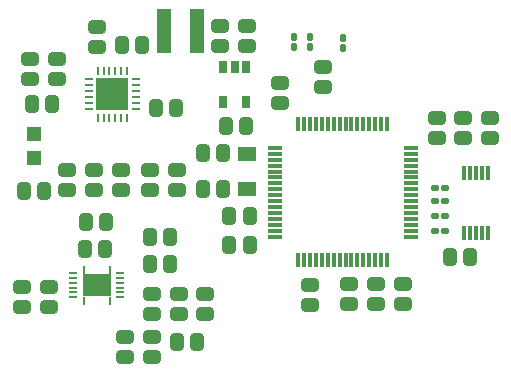
<source format=gtp>
G04*
G04 #@! TF.GenerationSoftware,Altium Limited,Altium Designer,21.9.2 (33)*
G04*
G04 Layer_Color=8421504*
%FSLAX25Y25*%
%MOIN*%
G70*
G04*
G04 #@! TF.SameCoordinates,C0BA0E73-4C5D-4CFB-B628-C4008C3DC592*
G04*
G04*
G04 #@! TF.FilePolarity,Positive*
G04*
G01*
G75*
%ADD16R,0.01181X0.05118*%
%ADD17R,0.01180X0.05118*%
%ADD18R,0.01181X0.05119*%
%ADD19R,0.05906X0.04921*%
%ADD20R,0.01181X0.04724*%
%ADD21R,0.04724X0.01181*%
%ADD22R,0.03150X0.00906*%
%ADD23R,0.00906X0.03150*%
%ADD24R,0.10630X0.10630*%
%ADD25R,0.00984X0.02657*%
%ADD26R,0.09646X0.07677*%
%ADD27R,0.03150X0.00787*%
%ADD28R,0.02560X0.04180*%
%ADD29R,0.05000X0.05000*%
%ADD30R,0.04724X0.14567*%
G04:AMPARAMS|DCode=31|XSize=43.7mil|YSize=57.87mil|CornerRadius=9.83mil|HoleSize=0mil|Usage=FLASHONLY|Rotation=90.000|XOffset=0mil|YOffset=0mil|HoleType=Round|Shape=RoundedRectangle|*
%AMROUNDEDRECTD31*
21,1,0.04370,0.03821,0,0,90.0*
21,1,0.02404,0.05787,0,0,90.0*
1,1,0.01967,0.01910,0.01202*
1,1,0.01967,0.01910,-0.01202*
1,1,0.01967,-0.01910,-0.01202*
1,1,0.01967,-0.01910,0.01202*
%
%ADD31ROUNDEDRECTD31*%
G04:AMPARAMS|DCode=32|XSize=43.7mil|YSize=57.87mil|CornerRadius=9.83mil|HoleSize=0mil|Usage=FLASHONLY|Rotation=180.000|XOffset=0mil|YOffset=0mil|HoleType=Round|Shape=RoundedRectangle|*
%AMROUNDEDRECTD32*
21,1,0.04370,0.03821,0,0,180.0*
21,1,0.02404,0.05787,0,0,180.0*
1,1,0.01967,-0.01202,0.01910*
1,1,0.01967,0.01202,0.01910*
1,1,0.01967,0.01202,-0.01910*
1,1,0.01967,-0.01202,-0.01910*
%
%ADD32ROUNDEDRECTD32*%
G04:AMPARAMS|DCode=33|XSize=24.8mil|YSize=22.84mil|CornerRadius=5.94mil|HoleSize=0mil|Usage=FLASHONLY|Rotation=180.000|XOffset=0mil|YOffset=0mil|HoleType=Round|Shape=RoundedRectangle|*
%AMROUNDEDRECTD33*
21,1,0.02480,0.01096,0,0,180.0*
21,1,0.01293,0.02284,0,0,180.0*
1,1,0.01187,-0.00647,0.00548*
1,1,0.01187,0.00647,0.00548*
1,1,0.01187,0.00647,-0.00548*
1,1,0.01187,-0.00647,-0.00548*
%
%ADD33ROUNDEDRECTD33*%
G04:AMPARAMS|DCode=34|XSize=24.8mil|YSize=22.84mil|CornerRadius=5.94mil|HoleSize=0mil|Usage=FLASHONLY|Rotation=270.000|XOffset=0mil|YOffset=0mil|HoleType=Round|Shape=RoundedRectangle|*
%AMROUNDEDRECTD34*
21,1,0.02480,0.01096,0,0,270.0*
21,1,0.01293,0.02284,0,0,270.0*
1,1,0.01187,-0.00548,-0.00647*
1,1,0.01187,-0.00548,0.00647*
1,1,0.01187,0.00548,0.00647*
1,1,0.01187,0.00548,-0.00647*
%
%ADD34ROUNDEDRECTD34*%
D16*
X171563Y67470D02*
D03*
X173531D02*
D03*
X177469Y67475D02*
D03*
X175500Y47526D02*
D03*
D17*
Y67472D02*
D03*
X179437Y47525D02*
D03*
X177469D02*
D03*
X173531Y47526D02*
D03*
X171563Y47525D02*
D03*
D18*
X179437Y67470D02*
D03*
D19*
X99000Y62193D02*
D03*
Y73807D02*
D03*
D20*
X145764Y83638D02*
D03*
X116236Y38362D02*
D03*
X118205D02*
D03*
X120173D02*
D03*
X122142D02*
D03*
X124110D02*
D03*
X126079D02*
D03*
X128047D02*
D03*
X130016D02*
D03*
X131984D02*
D03*
X133953D02*
D03*
X135921D02*
D03*
X137890D02*
D03*
X139858D02*
D03*
X141827D02*
D03*
X143795D02*
D03*
X145764D02*
D03*
X143795Y83638D02*
D03*
X141827D02*
D03*
X139858D02*
D03*
X137890D02*
D03*
X135921D02*
D03*
X133953D02*
D03*
X131984D02*
D03*
X130016D02*
D03*
X128047D02*
D03*
X126079D02*
D03*
X124110D02*
D03*
X122142D02*
D03*
X120173D02*
D03*
X118205D02*
D03*
X116236D02*
D03*
D21*
X108362Y75764D02*
D03*
Y73795D02*
D03*
Y71827D02*
D03*
Y69858D02*
D03*
Y67890D02*
D03*
Y65921D02*
D03*
Y63953D02*
D03*
Y61984D02*
D03*
Y60016D02*
D03*
Y58047D02*
D03*
Y54110D02*
D03*
Y52142D02*
D03*
Y50173D02*
D03*
Y48205D02*
D03*
Y46236D02*
D03*
X153638D02*
D03*
Y48205D02*
D03*
Y50173D02*
D03*
Y52142D02*
D03*
Y58047D02*
D03*
Y60016D02*
D03*
Y61984D02*
D03*
Y63953D02*
D03*
Y65921D02*
D03*
Y73795D02*
D03*
Y75764D02*
D03*
Y71827D02*
D03*
Y54110D02*
D03*
Y56079D02*
D03*
Y67890D02*
D03*
Y69858D02*
D03*
X108362Y56079D02*
D03*
D22*
X46396Y98610D02*
D03*
Y96641D02*
D03*
Y94673D02*
D03*
Y92704D02*
D03*
Y90736D02*
D03*
Y88767D02*
D03*
X62144D02*
D03*
Y90736D02*
D03*
Y92704D02*
D03*
Y94673D02*
D03*
Y96641D02*
D03*
Y98610D02*
D03*
D23*
X55255Y85815D02*
D03*
X53286D02*
D03*
X51318D02*
D03*
X49349D02*
D03*
X57223D02*
D03*
X59192D02*
D03*
Y101563D02*
D03*
X57223D02*
D03*
X49349D02*
D03*
X51318D02*
D03*
X53286D02*
D03*
X55255D02*
D03*
D24*
X54270Y93689D02*
D03*
D25*
X44669Y24803D02*
D03*
Y35134D02*
D03*
X53331Y24803D02*
D03*
Y35136D02*
D03*
D26*
X49000Y29969D02*
D03*
D27*
X56874Y29181D02*
D03*
Y30756D02*
D03*
Y32331D02*
D03*
Y33906D02*
D03*
Y27606D02*
D03*
Y26032D02*
D03*
X41126Y33906D02*
D03*
Y32331D02*
D03*
Y30756D02*
D03*
Y29181D02*
D03*
Y27606D02*
D03*
Y26032D02*
D03*
D28*
X98740Y91096D02*
D03*
X91260D02*
D03*
Y102905D02*
D03*
X95000D02*
D03*
X98740D02*
D03*
D29*
X28000Y80500D02*
D03*
X28020Y72270D02*
D03*
D30*
X82336Y114849D02*
D03*
X71312D02*
D03*
D31*
X162500Y85847D02*
D03*
Y79154D02*
D03*
X23997Y29378D02*
D03*
Y22685D02*
D03*
X33000Y29378D02*
D03*
Y22685D02*
D03*
X110003Y90693D02*
D03*
Y97386D02*
D03*
X85021Y20463D02*
D03*
Y27156D02*
D03*
X76518D02*
D03*
Y20463D02*
D03*
X67516Y27156D02*
D03*
Y20463D02*
D03*
X67503Y6185D02*
D03*
Y12878D02*
D03*
X58500D02*
D03*
Y6185D02*
D03*
X151005Y30347D02*
D03*
Y23653D02*
D03*
X142003Y30307D02*
D03*
Y23614D02*
D03*
X133000D02*
D03*
Y30307D02*
D03*
X120000Y30193D02*
D03*
Y23500D02*
D03*
X171003Y79154D02*
D03*
Y85847D02*
D03*
X180005Y79154D02*
D03*
Y85847D02*
D03*
X124500Y95958D02*
D03*
Y102651D02*
D03*
X99103Y109689D02*
D03*
Y116382D02*
D03*
X90100Y109842D02*
D03*
Y116535D02*
D03*
X49270Y109342D02*
D03*
Y116035D02*
D03*
X35770Y98689D02*
D03*
Y105382D02*
D03*
X26768Y98689D02*
D03*
Y105382D02*
D03*
X57275Y61842D02*
D03*
Y68535D02*
D03*
X66770Y61842D02*
D03*
Y68535D02*
D03*
X48273Y61842D02*
D03*
Y68535D02*
D03*
X39270Y61842D02*
D03*
Y68535D02*
D03*
X75773Y61842D02*
D03*
Y68535D02*
D03*
D32*
X45500Y51034D02*
D03*
X52193D02*
D03*
X45153Y42031D02*
D03*
X51846D02*
D03*
X31346Y61500D02*
D03*
X24654D02*
D03*
X68770Y89189D02*
D03*
X75463D02*
D03*
X92154Y83003D02*
D03*
X98847D02*
D03*
X84471Y74000D02*
D03*
X91164D02*
D03*
Y62000D02*
D03*
X84471D02*
D03*
X93294Y52997D02*
D03*
X99987D02*
D03*
Y43497D02*
D03*
X93294D02*
D03*
X66807Y46031D02*
D03*
X73500D02*
D03*
X66807Y36950D02*
D03*
X73500D02*
D03*
X82346Y11032D02*
D03*
X75653D02*
D03*
X173346Y39500D02*
D03*
X166654D02*
D03*
X57564Y110189D02*
D03*
X64257D02*
D03*
X27424Y90395D02*
D03*
X34117D02*
D03*
D33*
X161787Y48000D02*
D03*
X165213D02*
D03*
X161787Y53066D02*
D03*
X165213D02*
D03*
X161787Y58131D02*
D03*
X165213D02*
D03*
X161787Y62500D02*
D03*
X165213D02*
D03*
D34*
X131000Y109075D02*
D03*
Y112500D02*
D03*
X120000Y109270D02*
D03*
Y112696D02*
D03*
X114934Y109270D02*
D03*
Y112696D02*
D03*
M02*

</source>
